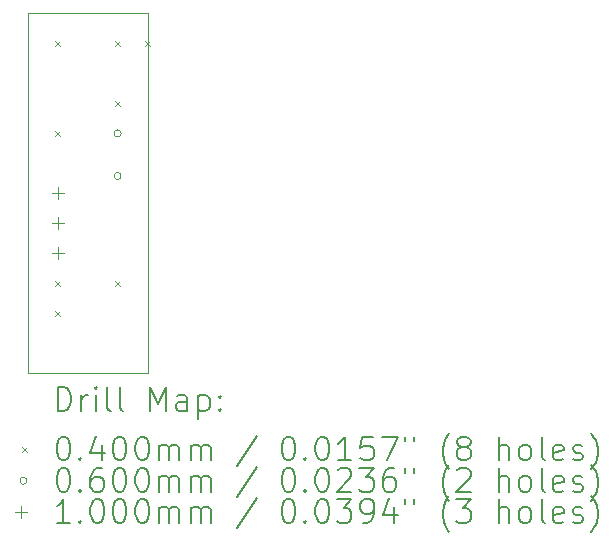
<source format=gbr>
%TF.GenerationSoftware,KiCad,Pcbnew,7.0.10*%
%TF.CreationDate,2024-02-28T14:07:29-05:00*%
%TF.ProjectId,Light_Sensor,4c696768-745f-4536-956e-736f722e6b69,rev?*%
%TF.SameCoordinates,Original*%
%TF.FileFunction,Drillmap*%
%TF.FilePolarity,Positive*%
%FSLAX45Y45*%
G04 Gerber Fmt 4.5, Leading zero omitted, Abs format (unit mm)*
G04 Created by KiCad (PCBNEW 7.0.10) date 2024-02-28 14:07:29*
%MOMM*%
%LPD*%
G01*
G04 APERTURE LIST*
%ADD10C,0.100000*%
%ADD11C,0.200000*%
G04 APERTURE END LIST*
D10*
X14224000Y-6858000D02*
X15240000Y-6858000D01*
X15240000Y-9906000D01*
X14224000Y-9906000D01*
X14224000Y-6858000D01*
D11*
D10*
X14458000Y-7092000D02*
X14498000Y-7132000D01*
X14498000Y-7092000D02*
X14458000Y-7132000D01*
X14458000Y-7854000D02*
X14498000Y-7894000D01*
X14498000Y-7854000D02*
X14458000Y-7894000D01*
X14458000Y-9124000D02*
X14498000Y-9164000D01*
X14498000Y-9124000D02*
X14458000Y-9164000D01*
X14458000Y-9378000D02*
X14498000Y-9418000D01*
X14498000Y-9378000D02*
X14458000Y-9418000D01*
X14966000Y-7092000D02*
X15006000Y-7132000D01*
X15006000Y-7092000D02*
X14966000Y-7132000D01*
X14966000Y-7600000D02*
X15006000Y-7640000D01*
X15006000Y-7600000D02*
X14966000Y-7640000D01*
X14966000Y-9124000D02*
X15006000Y-9164000D01*
X15006000Y-9124000D02*
X14966000Y-9164000D01*
X15220000Y-7092000D02*
X15260000Y-7132000D01*
X15260000Y-7092000D02*
X15220000Y-7132000D01*
X15016000Y-7874000D02*
G75*
G03*
X14956000Y-7874000I-30000J0D01*
G01*
X14956000Y-7874000D02*
G75*
G03*
X15016000Y-7874000I30000J0D01*
G01*
X15016000Y-8234000D02*
G75*
G03*
X14956000Y-8234000I-30000J0D01*
G01*
X14956000Y-8234000D02*
G75*
G03*
X15016000Y-8234000I30000J0D01*
G01*
X14478000Y-8328000D02*
X14478000Y-8428000D01*
X14428000Y-8378000D02*
X14528000Y-8378000D01*
X14478000Y-8582000D02*
X14478000Y-8682000D01*
X14428000Y-8632000D02*
X14528000Y-8632000D01*
X14478000Y-8836000D02*
X14478000Y-8936000D01*
X14428000Y-8886000D02*
X14528000Y-8886000D01*
D11*
X14479777Y-10222484D02*
X14479777Y-10022484D01*
X14479777Y-10022484D02*
X14527396Y-10022484D01*
X14527396Y-10022484D02*
X14555967Y-10032008D01*
X14555967Y-10032008D02*
X14575015Y-10051055D01*
X14575015Y-10051055D02*
X14584539Y-10070103D01*
X14584539Y-10070103D02*
X14594062Y-10108198D01*
X14594062Y-10108198D02*
X14594062Y-10136770D01*
X14594062Y-10136770D02*
X14584539Y-10174865D01*
X14584539Y-10174865D02*
X14575015Y-10193912D01*
X14575015Y-10193912D02*
X14555967Y-10212960D01*
X14555967Y-10212960D02*
X14527396Y-10222484D01*
X14527396Y-10222484D02*
X14479777Y-10222484D01*
X14679777Y-10222484D02*
X14679777Y-10089150D01*
X14679777Y-10127246D02*
X14689301Y-10108198D01*
X14689301Y-10108198D02*
X14698824Y-10098674D01*
X14698824Y-10098674D02*
X14717872Y-10089150D01*
X14717872Y-10089150D02*
X14736920Y-10089150D01*
X14803586Y-10222484D02*
X14803586Y-10089150D01*
X14803586Y-10022484D02*
X14794062Y-10032008D01*
X14794062Y-10032008D02*
X14803586Y-10041531D01*
X14803586Y-10041531D02*
X14813110Y-10032008D01*
X14813110Y-10032008D02*
X14803586Y-10022484D01*
X14803586Y-10022484D02*
X14803586Y-10041531D01*
X14927396Y-10222484D02*
X14908348Y-10212960D01*
X14908348Y-10212960D02*
X14898824Y-10193912D01*
X14898824Y-10193912D02*
X14898824Y-10022484D01*
X15032158Y-10222484D02*
X15013110Y-10212960D01*
X15013110Y-10212960D02*
X15003586Y-10193912D01*
X15003586Y-10193912D02*
X15003586Y-10022484D01*
X15260729Y-10222484D02*
X15260729Y-10022484D01*
X15260729Y-10022484D02*
X15327396Y-10165341D01*
X15327396Y-10165341D02*
X15394062Y-10022484D01*
X15394062Y-10022484D02*
X15394062Y-10222484D01*
X15575015Y-10222484D02*
X15575015Y-10117722D01*
X15575015Y-10117722D02*
X15565491Y-10098674D01*
X15565491Y-10098674D02*
X15546443Y-10089150D01*
X15546443Y-10089150D02*
X15508348Y-10089150D01*
X15508348Y-10089150D02*
X15489301Y-10098674D01*
X15575015Y-10212960D02*
X15555967Y-10222484D01*
X15555967Y-10222484D02*
X15508348Y-10222484D01*
X15508348Y-10222484D02*
X15489301Y-10212960D01*
X15489301Y-10212960D02*
X15479777Y-10193912D01*
X15479777Y-10193912D02*
X15479777Y-10174865D01*
X15479777Y-10174865D02*
X15489301Y-10155817D01*
X15489301Y-10155817D02*
X15508348Y-10146293D01*
X15508348Y-10146293D02*
X15555967Y-10146293D01*
X15555967Y-10146293D02*
X15575015Y-10136770D01*
X15670253Y-10089150D02*
X15670253Y-10289150D01*
X15670253Y-10098674D02*
X15689301Y-10089150D01*
X15689301Y-10089150D02*
X15727396Y-10089150D01*
X15727396Y-10089150D02*
X15746443Y-10098674D01*
X15746443Y-10098674D02*
X15755967Y-10108198D01*
X15755967Y-10108198D02*
X15765491Y-10127246D01*
X15765491Y-10127246D02*
X15765491Y-10184389D01*
X15765491Y-10184389D02*
X15755967Y-10203436D01*
X15755967Y-10203436D02*
X15746443Y-10212960D01*
X15746443Y-10212960D02*
X15727396Y-10222484D01*
X15727396Y-10222484D02*
X15689301Y-10222484D01*
X15689301Y-10222484D02*
X15670253Y-10212960D01*
X15851205Y-10203436D02*
X15860729Y-10212960D01*
X15860729Y-10212960D02*
X15851205Y-10222484D01*
X15851205Y-10222484D02*
X15841682Y-10212960D01*
X15841682Y-10212960D02*
X15851205Y-10203436D01*
X15851205Y-10203436D02*
X15851205Y-10222484D01*
X15851205Y-10098674D02*
X15860729Y-10108198D01*
X15860729Y-10108198D02*
X15851205Y-10117722D01*
X15851205Y-10117722D02*
X15841682Y-10108198D01*
X15841682Y-10108198D02*
X15851205Y-10098674D01*
X15851205Y-10098674D02*
X15851205Y-10117722D01*
D10*
X14179000Y-10531000D02*
X14219000Y-10571000D01*
X14219000Y-10531000D02*
X14179000Y-10571000D01*
D11*
X14517872Y-10442484D02*
X14536920Y-10442484D01*
X14536920Y-10442484D02*
X14555967Y-10452008D01*
X14555967Y-10452008D02*
X14565491Y-10461531D01*
X14565491Y-10461531D02*
X14575015Y-10480579D01*
X14575015Y-10480579D02*
X14584539Y-10518674D01*
X14584539Y-10518674D02*
X14584539Y-10566293D01*
X14584539Y-10566293D02*
X14575015Y-10604389D01*
X14575015Y-10604389D02*
X14565491Y-10623436D01*
X14565491Y-10623436D02*
X14555967Y-10632960D01*
X14555967Y-10632960D02*
X14536920Y-10642484D01*
X14536920Y-10642484D02*
X14517872Y-10642484D01*
X14517872Y-10642484D02*
X14498824Y-10632960D01*
X14498824Y-10632960D02*
X14489301Y-10623436D01*
X14489301Y-10623436D02*
X14479777Y-10604389D01*
X14479777Y-10604389D02*
X14470253Y-10566293D01*
X14470253Y-10566293D02*
X14470253Y-10518674D01*
X14470253Y-10518674D02*
X14479777Y-10480579D01*
X14479777Y-10480579D02*
X14489301Y-10461531D01*
X14489301Y-10461531D02*
X14498824Y-10452008D01*
X14498824Y-10452008D02*
X14517872Y-10442484D01*
X14670253Y-10623436D02*
X14679777Y-10632960D01*
X14679777Y-10632960D02*
X14670253Y-10642484D01*
X14670253Y-10642484D02*
X14660729Y-10632960D01*
X14660729Y-10632960D02*
X14670253Y-10623436D01*
X14670253Y-10623436D02*
X14670253Y-10642484D01*
X14851205Y-10509150D02*
X14851205Y-10642484D01*
X14803586Y-10432960D02*
X14755967Y-10575817D01*
X14755967Y-10575817D02*
X14879777Y-10575817D01*
X14994062Y-10442484D02*
X15013110Y-10442484D01*
X15013110Y-10442484D02*
X15032158Y-10452008D01*
X15032158Y-10452008D02*
X15041682Y-10461531D01*
X15041682Y-10461531D02*
X15051205Y-10480579D01*
X15051205Y-10480579D02*
X15060729Y-10518674D01*
X15060729Y-10518674D02*
X15060729Y-10566293D01*
X15060729Y-10566293D02*
X15051205Y-10604389D01*
X15051205Y-10604389D02*
X15041682Y-10623436D01*
X15041682Y-10623436D02*
X15032158Y-10632960D01*
X15032158Y-10632960D02*
X15013110Y-10642484D01*
X15013110Y-10642484D02*
X14994062Y-10642484D01*
X14994062Y-10642484D02*
X14975015Y-10632960D01*
X14975015Y-10632960D02*
X14965491Y-10623436D01*
X14965491Y-10623436D02*
X14955967Y-10604389D01*
X14955967Y-10604389D02*
X14946443Y-10566293D01*
X14946443Y-10566293D02*
X14946443Y-10518674D01*
X14946443Y-10518674D02*
X14955967Y-10480579D01*
X14955967Y-10480579D02*
X14965491Y-10461531D01*
X14965491Y-10461531D02*
X14975015Y-10452008D01*
X14975015Y-10452008D02*
X14994062Y-10442484D01*
X15184539Y-10442484D02*
X15203586Y-10442484D01*
X15203586Y-10442484D02*
X15222634Y-10452008D01*
X15222634Y-10452008D02*
X15232158Y-10461531D01*
X15232158Y-10461531D02*
X15241682Y-10480579D01*
X15241682Y-10480579D02*
X15251205Y-10518674D01*
X15251205Y-10518674D02*
X15251205Y-10566293D01*
X15251205Y-10566293D02*
X15241682Y-10604389D01*
X15241682Y-10604389D02*
X15232158Y-10623436D01*
X15232158Y-10623436D02*
X15222634Y-10632960D01*
X15222634Y-10632960D02*
X15203586Y-10642484D01*
X15203586Y-10642484D02*
X15184539Y-10642484D01*
X15184539Y-10642484D02*
X15165491Y-10632960D01*
X15165491Y-10632960D02*
X15155967Y-10623436D01*
X15155967Y-10623436D02*
X15146443Y-10604389D01*
X15146443Y-10604389D02*
X15136920Y-10566293D01*
X15136920Y-10566293D02*
X15136920Y-10518674D01*
X15136920Y-10518674D02*
X15146443Y-10480579D01*
X15146443Y-10480579D02*
X15155967Y-10461531D01*
X15155967Y-10461531D02*
X15165491Y-10452008D01*
X15165491Y-10452008D02*
X15184539Y-10442484D01*
X15336920Y-10642484D02*
X15336920Y-10509150D01*
X15336920Y-10528198D02*
X15346443Y-10518674D01*
X15346443Y-10518674D02*
X15365491Y-10509150D01*
X15365491Y-10509150D02*
X15394063Y-10509150D01*
X15394063Y-10509150D02*
X15413110Y-10518674D01*
X15413110Y-10518674D02*
X15422634Y-10537722D01*
X15422634Y-10537722D02*
X15422634Y-10642484D01*
X15422634Y-10537722D02*
X15432158Y-10518674D01*
X15432158Y-10518674D02*
X15451205Y-10509150D01*
X15451205Y-10509150D02*
X15479777Y-10509150D01*
X15479777Y-10509150D02*
X15498824Y-10518674D01*
X15498824Y-10518674D02*
X15508348Y-10537722D01*
X15508348Y-10537722D02*
X15508348Y-10642484D01*
X15603586Y-10642484D02*
X15603586Y-10509150D01*
X15603586Y-10528198D02*
X15613110Y-10518674D01*
X15613110Y-10518674D02*
X15632158Y-10509150D01*
X15632158Y-10509150D02*
X15660729Y-10509150D01*
X15660729Y-10509150D02*
X15679777Y-10518674D01*
X15679777Y-10518674D02*
X15689301Y-10537722D01*
X15689301Y-10537722D02*
X15689301Y-10642484D01*
X15689301Y-10537722D02*
X15698824Y-10518674D01*
X15698824Y-10518674D02*
X15717872Y-10509150D01*
X15717872Y-10509150D02*
X15746443Y-10509150D01*
X15746443Y-10509150D02*
X15765491Y-10518674D01*
X15765491Y-10518674D02*
X15775015Y-10537722D01*
X15775015Y-10537722D02*
X15775015Y-10642484D01*
X16165491Y-10432960D02*
X15994063Y-10690103D01*
X16422634Y-10442484D02*
X16441682Y-10442484D01*
X16441682Y-10442484D02*
X16460729Y-10452008D01*
X16460729Y-10452008D02*
X16470253Y-10461531D01*
X16470253Y-10461531D02*
X16479777Y-10480579D01*
X16479777Y-10480579D02*
X16489301Y-10518674D01*
X16489301Y-10518674D02*
X16489301Y-10566293D01*
X16489301Y-10566293D02*
X16479777Y-10604389D01*
X16479777Y-10604389D02*
X16470253Y-10623436D01*
X16470253Y-10623436D02*
X16460729Y-10632960D01*
X16460729Y-10632960D02*
X16441682Y-10642484D01*
X16441682Y-10642484D02*
X16422634Y-10642484D01*
X16422634Y-10642484D02*
X16403586Y-10632960D01*
X16403586Y-10632960D02*
X16394063Y-10623436D01*
X16394063Y-10623436D02*
X16384539Y-10604389D01*
X16384539Y-10604389D02*
X16375015Y-10566293D01*
X16375015Y-10566293D02*
X16375015Y-10518674D01*
X16375015Y-10518674D02*
X16384539Y-10480579D01*
X16384539Y-10480579D02*
X16394063Y-10461531D01*
X16394063Y-10461531D02*
X16403586Y-10452008D01*
X16403586Y-10452008D02*
X16422634Y-10442484D01*
X16575015Y-10623436D02*
X16584539Y-10632960D01*
X16584539Y-10632960D02*
X16575015Y-10642484D01*
X16575015Y-10642484D02*
X16565491Y-10632960D01*
X16565491Y-10632960D02*
X16575015Y-10623436D01*
X16575015Y-10623436D02*
X16575015Y-10642484D01*
X16708348Y-10442484D02*
X16727396Y-10442484D01*
X16727396Y-10442484D02*
X16746444Y-10452008D01*
X16746444Y-10452008D02*
X16755967Y-10461531D01*
X16755967Y-10461531D02*
X16765491Y-10480579D01*
X16765491Y-10480579D02*
X16775015Y-10518674D01*
X16775015Y-10518674D02*
X16775015Y-10566293D01*
X16775015Y-10566293D02*
X16765491Y-10604389D01*
X16765491Y-10604389D02*
X16755967Y-10623436D01*
X16755967Y-10623436D02*
X16746444Y-10632960D01*
X16746444Y-10632960D02*
X16727396Y-10642484D01*
X16727396Y-10642484D02*
X16708348Y-10642484D01*
X16708348Y-10642484D02*
X16689301Y-10632960D01*
X16689301Y-10632960D02*
X16679777Y-10623436D01*
X16679777Y-10623436D02*
X16670253Y-10604389D01*
X16670253Y-10604389D02*
X16660729Y-10566293D01*
X16660729Y-10566293D02*
X16660729Y-10518674D01*
X16660729Y-10518674D02*
X16670253Y-10480579D01*
X16670253Y-10480579D02*
X16679777Y-10461531D01*
X16679777Y-10461531D02*
X16689301Y-10452008D01*
X16689301Y-10452008D02*
X16708348Y-10442484D01*
X16965491Y-10642484D02*
X16851206Y-10642484D01*
X16908348Y-10642484D02*
X16908348Y-10442484D01*
X16908348Y-10442484D02*
X16889301Y-10471055D01*
X16889301Y-10471055D02*
X16870253Y-10490103D01*
X16870253Y-10490103D02*
X16851206Y-10499627D01*
X17146444Y-10442484D02*
X17051206Y-10442484D01*
X17051206Y-10442484D02*
X17041682Y-10537722D01*
X17041682Y-10537722D02*
X17051206Y-10528198D01*
X17051206Y-10528198D02*
X17070253Y-10518674D01*
X17070253Y-10518674D02*
X17117872Y-10518674D01*
X17117872Y-10518674D02*
X17136920Y-10528198D01*
X17136920Y-10528198D02*
X17146444Y-10537722D01*
X17146444Y-10537722D02*
X17155968Y-10556770D01*
X17155968Y-10556770D02*
X17155968Y-10604389D01*
X17155968Y-10604389D02*
X17146444Y-10623436D01*
X17146444Y-10623436D02*
X17136920Y-10632960D01*
X17136920Y-10632960D02*
X17117872Y-10642484D01*
X17117872Y-10642484D02*
X17070253Y-10642484D01*
X17070253Y-10642484D02*
X17051206Y-10632960D01*
X17051206Y-10632960D02*
X17041682Y-10623436D01*
X17222634Y-10442484D02*
X17355968Y-10442484D01*
X17355968Y-10442484D02*
X17270253Y-10642484D01*
X17422634Y-10442484D02*
X17422634Y-10480579D01*
X17498825Y-10442484D02*
X17498825Y-10480579D01*
X17794063Y-10718674D02*
X17784539Y-10709150D01*
X17784539Y-10709150D02*
X17765491Y-10680579D01*
X17765491Y-10680579D02*
X17755968Y-10661531D01*
X17755968Y-10661531D02*
X17746444Y-10632960D01*
X17746444Y-10632960D02*
X17736920Y-10585341D01*
X17736920Y-10585341D02*
X17736920Y-10547246D01*
X17736920Y-10547246D02*
X17746444Y-10499627D01*
X17746444Y-10499627D02*
X17755968Y-10471055D01*
X17755968Y-10471055D02*
X17765491Y-10452008D01*
X17765491Y-10452008D02*
X17784539Y-10423436D01*
X17784539Y-10423436D02*
X17794063Y-10413912D01*
X17898825Y-10528198D02*
X17879777Y-10518674D01*
X17879777Y-10518674D02*
X17870253Y-10509150D01*
X17870253Y-10509150D02*
X17860730Y-10490103D01*
X17860730Y-10490103D02*
X17860730Y-10480579D01*
X17860730Y-10480579D02*
X17870253Y-10461531D01*
X17870253Y-10461531D02*
X17879777Y-10452008D01*
X17879777Y-10452008D02*
X17898825Y-10442484D01*
X17898825Y-10442484D02*
X17936920Y-10442484D01*
X17936920Y-10442484D02*
X17955968Y-10452008D01*
X17955968Y-10452008D02*
X17965491Y-10461531D01*
X17965491Y-10461531D02*
X17975015Y-10480579D01*
X17975015Y-10480579D02*
X17975015Y-10490103D01*
X17975015Y-10490103D02*
X17965491Y-10509150D01*
X17965491Y-10509150D02*
X17955968Y-10518674D01*
X17955968Y-10518674D02*
X17936920Y-10528198D01*
X17936920Y-10528198D02*
X17898825Y-10528198D01*
X17898825Y-10528198D02*
X17879777Y-10537722D01*
X17879777Y-10537722D02*
X17870253Y-10547246D01*
X17870253Y-10547246D02*
X17860730Y-10566293D01*
X17860730Y-10566293D02*
X17860730Y-10604389D01*
X17860730Y-10604389D02*
X17870253Y-10623436D01*
X17870253Y-10623436D02*
X17879777Y-10632960D01*
X17879777Y-10632960D02*
X17898825Y-10642484D01*
X17898825Y-10642484D02*
X17936920Y-10642484D01*
X17936920Y-10642484D02*
X17955968Y-10632960D01*
X17955968Y-10632960D02*
X17965491Y-10623436D01*
X17965491Y-10623436D02*
X17975015Y-10604389D01*
X17975015Y-10604389D02*
X17975015Y-10566293D01*
X17975015Y-10566293D02*
X17965491Y-10547246D01*
X17965491Y-10547246D02*
X17955968Y-10537722D01*
X17955968Y-10537722D02*
X17936920Y-10528198D01*
X18213111Y-10642484D02*
X18213111Y-10442484D01*
X18298825Y-10642484D02*
X18298825Y-10537722D01*
X18298825Y-10537722D02*
X18289301Y-10518674D01*
X18289301Y-10518674D02*
X18270253Y-10509150D01*
X18270253Y-10509150D02*
X18241682Y-10509150D01*
X18241682Y-10509150D02*
X18222634Y-10518674D01*
X18222634Y-10518674D02*
X18213111Y-10528198D01*
X18422634Y-10642484D02*
X18403587Y-10632960D01*
X18403587Y-10632960D02*
X18394063Y-10623436D01*
X18394063Y-10623436D02*
X18384539Y-10604389D01*
X18384539Y-10604389D02*
X18384539Y-10547246D01*
X18384539Y-10547246D02*
X18394063Y-10528198D01*
X18394063Y-10528198D02*
X18403587Y-10518674D01*
X18403587Y-10518674D02*
X18422634Y-10509150D01*
X18422634Y-10509150D02*
X18451206Y-10509150D01*
X18451206Y-10509150D02*
X18470253Y-10518674D01*
X18470253Y-10518674D02*
X18479777Y-10528198D01*
X18479777Y-10528198D02*
X18489301Y-10547246D01*
X18489301Y-10547246D02*
X18489301Y-10604389D01*
X18489301Y-10604389D02*
X18479777Y-10623436D01*
X18479777Y-10623436D02*
X18470253Y-10632960D01*
X18470253Y-10632960D02*
X18451206Y-10642484D01*
X18451206Y-10642484D02*
X18422634Y-10642484D01*
X18603587Y-10642484D02*
X18584539Y-10632960D01*
X18584539Y-10632960D02*
X18575015Y-10613912D01*
X18575015Y-10613912D02*
X18575015Y-10442484D01*
X18755968Y-10632960D02*
X18736920Y-10642484D01*
X18736920Y-10642484D02*
X18698825Y-10642484D01*
X18698825Y-10642484D02*
X18679777Y-10632960D01*
X18679777Y-10632960D02*
X18670253Y-10613912D01*
X18670253Y-10613912D02*
X18670253Y-10537722D01*
X18670253Y-10537722D02*
X18679777Y-10518674D01*
X18679777Y-10518674D02*
X18698825Y-10509150D01*
X18698825Y-10509150D02*
X18736920Y-10509150D01*
X18736920Y-10509150D02*
X18755968Y-10518674D01*
X18755968Y-10518674D02*
X18765492Y-10537722D01*
X18765492Y-10537722D02*
X18765492Y-10556770D01*
X18765492Y-10556770D02*
X18670253Y-10575817D01*
X18841682Y-10632960D02*
X18860730Y-10642484D01*
X18860730Y-10642484D02*
X18898825Y-10642484D01*
X18898825Y-10642484D02*
X18917873Y-10632960D01*
X18917873Y-10632960D02*
X18927396Y-10613912D01*
X18927396Y-10613912D02*
X18927396Y-10604389D01*
X18927396Y-10604389D02*
X18917873Y-10585341D01*
X18917873Y-10585341D02*
X18898825Y-10575817D01*
X18898825Y-10575817D02*
X18870253Y-10575817D01*
X18870253Y-10575817D02*
X18851206Y-10566293D01*
X18851206Y-10566293D02*
X18841682Y-10547246D01*
X18841682Y-10547246D02*
X18841682Y-10537722D01*
X18841682Y-10537722D02*
X18851206Y-10518674D01*
X18851206Y-10518674D02*
X18870253Y-10509150D01*
X18870253Y-10509150D02*
X18898825Y-10509150D01*
X18898825Y-10509150D02*
X18917873Y-10518674D01*
X18994063Y-10718674D02*
X19003587Y-10709150D01*
X19003587Y-10709150D02*
X19022634Y-10680579D01*
X19022634Y-10680579D02*
X19032158Y-10661531D01*
X19032158Y-10661531D02*
X19041682Y-10632960D01*
X19041682Y-10632960D02*
X19051206Y-10585341D01*
X19051206Y-10585341D02*
X19051206Y-10547246D01*
X19051206Y-10547246D02*
X19041682Y-10499627D01*
X19041682Y-10499627D02*
X19032158Y-10471055D01*
X19032158Y-10471055D02*
X19022634Y-10452008D01*
X19022634Y-10452008D02*
X19003587Y-10423436D01*
X19003587Y-10423436D02*
X18994063Y-10413912D01*
D10*
X14219000Y-10815000D02*
G75*
G03*
X14159000Y-10815000I-30000J0D01*
G01*
X14159000Y-10815000D02*
G75*
G03*
X14219000Y-10815000I30000J0D01*
G01*
D11*
X14517872Y-10706484D02*
X14536920Y-10706484D01*
X14536920Y-10706484D02*
X14555967Y-10716008D01*
X14555967Y-10716008D02*
X14565491Y-10725531D01*
X14565491Y-10725531D02*
X14575015Y-10744579D01*
X14575015Y-10744579D02*
X14584539Y-10782674D01*
X14584539Y-10782674D02*
X14584539Y-10830293D01*
X14584539Y-10830293D02*
X14575015Y-10868389D01*
X14575015Y-10868389D02*
X14565491Y-10887436D01*
X14565491Y-10887436D02*
X14555967Y-10896960D01*
X14555967Y-10896960D02*
X14536920Y-10906484D01*
X14536920Y-10906484D02*
X14517872Y-10906484D01*
X14517872Y-10906484D02*
X14498824Y-10896960D01*
X14498824Y-10896960D02*
X14489301Y-10887436D01*
X14489301Y-10887436D02*
X14479777Y-10868389D01*
X14479777Y-10868389D02*
X14470253Y-10830293D01*
X14470253Y-10830293D02*
X14470253Y-10782674D01*
X14470253Y-10782674D02*
X14479777Y-10744579D01*
X14479777Y-10744579D02*
X14489301Y-10725531D01*
X14489301Y-10725531D02*
X14498824Y-10716008D01*
X14498824Y-10716008D02*
X14517872Y-10706484D01*
X14670253Y-10887436D02*
X14679777Y-10896960D01*
X14679777Y-10896960D02*
X14670253Y-10906484D01*
X14670253Y-10906484D02*
X14660729Y-10896960D01*
X14660729Y-10896960D02*
X14670253Y-10887436D01*
X14670253Y-10887436D02*
X14670253Y-10906484D01*
X14851205Y-10706484D02*
X14813110Y-10706484D01*
X14813110Y-10706484D02*
X14794062Y-10716008D01*
X14794062Y-10716008D02*
X14784539Y-10725531D01*
X14784539Y-10725531D02*
X14765491Y-10754103D01*
X14765491Y-10754103D02*
X14755967Y-10792198D01*
X14755967Y-10792198D02*
X14755967Y-10868389D01*
X14755967Y-10868389D02*
X14765491Y-10887436D01*
X14765491Y-10887436D02*
X14775015Y-10896960D01*
X14775015Y-10896960D02*
X14794062Y-10906484D01*
X14794062Y-10906484D02*
X14832158Y-10906484D01*
X14832158Y-10906484D02*
X14851205Y-10896960D01*
X14851205Y-10896960D02*
X14860729Y-10887436D01*
X14860729Y-10887436D02*
X14870253Y-10868389D01*
X14870253Y-10868389D02*
X14870253Y-10820770D01*
X14870253Y-10820770D02*
X14860729Y-10801722D01*
X14860729Y-10801722D02*
X14851205Y-10792198D01*
X14851205Y-10792198D02*
X14832158Y-10782674D01*
X14832158Y-10782674D02*
X14794062Y-10782674D01*
X14794062Y-10782674D02*
X14775015Y-10792198D01*
X14775015Y-10792198D02*
X14765491Y-10801722D01*
X14765491Y-10801722D02*
X14755967Y-10820770D01*
X14994062Y-10706484D02*
X15013110Y-10706484D01*
X15013110Y-10706484D02*
X15032158Y-10716008D01*
X15032158Y-10716008D02*
X15041682Y-10725531D01*
X15041682Y-10725531D02*
X15051205Y-10744579D01*
X15051205Y-10744579D02*
X15060729Y-10782674D01*
X15060729Y-10782674D02*
X15060729Y-10830293D01*
X15060729Y-10830293D02*
X15051205Y-10868389D01*
X15051205Y-10868389D02*
X15041682Y-10887436D01*
X15041682Y-10887436D02*
X15032158Y-10896960D01*
X15032158Y-10896960D02*
X15013110Y-10906484D01*
X15013110Y-10906484D02*
X14994062Y-10906484D01*
X14994062Y-10906484D02*
X14975015Y-10896960D01*
X14975015Y-10896960D02*
X14965491Y-10887436D01*
X14965491Y-10887436D02*
X14955967Y-10868389D01*
X14955967Y-10868389D02*
X14946443Y-10830293D01*
X14946443Y-10830293D02*
X14946443Y-10782674D01*
X14946443Y-10782674D02*
X14955967Y-10744579D01*
X14955967Y-10744579D02*
X14965491Y-10725531D01*
X14965491Y-10725531D02*
X14975015Y-10716008D01*
X14975015Y-10716008D02*
X14994062Y-10706484D01*
X15184539Y-10706484D02*
X15203586Y-10706484D01*
X15203586Y-10706484D02*
X15222634Y-10716008D01*
X15222634Y-10716008D02*
X15232158Y-10725531D01*
X15232158Y-10725531D02*
X15241682Y-10744579D01*
X15241682Y-10744579D02*
X15251205Y-10782674D01*
X15251205Y-10782674D02*
X15251205Y-10830293D01*
X15251205Y-10830293D02*
X15241682Y-10868389D01*
X15241682Y-10868389D02*
X15232158Y-10887436D01*
X15232158Y-10887436D02*
X15222634Y-10896960D01*
X15222634Y-10896960D02*
X15203586Y-10906484D01*
X15203586Y-10906484D02*
X15184539Y-10906484D01*
X15184539Y-10906484D02*
X15165491Y-10896960D01*
X15165491Y-10896960D02*
X15155967Y-10887436D01*
X15155967Y-10887436D02*
X15146443Y-10868389D01*
X15146443Y-10868389D02*
X15136920Y-10830293D01*
X15136920Y-10830293D02*
X15136920Y-10782674D01*
X15136920Y-10782674D02*
X15146443Y-10744579D01*
X15146443Y-10744579D02*
X15155967Y-10725531D01*
X15155967Y-10725531D02*
X15165491Y-10716008D01*
X15165491Y-10716008D02*
X15184539Y-10706484D01*
X15336920Y-10906484D02*
X15336920Y-10773150D01*
X15336920Y-10792198D02*
X15346443Y-10782674D01*
X15346443Y-10782674D02*
X15365491Y-10773150D01*
X15365491Y-10773150D02*
X15394063Y-10773150D01*
X15394063Y-10773150D02*
X15413110Y-10782674D01*
X15413110Y-10782674D02*
X15422634Y-10801722D01*
X15422634Y-10801722D02*
X15422634Y-10906484D01*
X15422634Y-10801722D02*
X15432158Y-10782674D01*
X15432158Y-10782674D02*
X15451205Y-10773150D01*
X15451205Y-10773150D02*
X15479777Y-10773150D01*
X15479777Y-10773150D02*
X15498824Y-10782674D01*
X15498824Y-10782674D02*
X15508348Y-10801722D01*
X15508348Y-10801722D02*
X15508348Y-10906484D01*
X15603586Y-10906484D02*
X15603586Y-10773150D01*
X15603586Y-10792198D02*
X15613110Y-10782674D01*
X15613110Y-10782674D02*
X15632158Y-10773150D01*
X15632158Y-10773150D02*
X15660729Y-10773150D01*
X15660729Y-10773150D02*
X15679777Y-10782674D01*
X15679777Y-10782674D02*
X15689301Y-10801722D01*
X15689301Y-10801722D02*
X15689301Y-10906484D01*
X15689301Y-10801722D02*
X15698824Y-10782674D01*
X15698824Y-10782674D02*
X15717872Y-10773150D01*
X15717872Y-10773150D02*
X15746443Y-10773150D01*
X15746443Y-10773150D02*
X15765491Y-10782674D01*
X15765491Y-10782674D02*
X15775015Y-10801722D01*
X15775015Y-10801722D02*
X15775015Y-10906484D01*
X16165491Y-10696960D02*
X15994063Y-10954103D01*
X16422634Y-10706484D02*
X16441682Y-10706484D01*
X16441682Y-10706484D02*
X16460729Y-10716008D01*
X16460729Y-10716008D02*
X16470253Y-10725531D01*
X16470253Y-10725531D02*
X16479777Y-10744579D01*
X16479777Y-10744579D02*
X16489301Y-10782674D01*
X16489301Y-10782674D02*
X16489301Y-10830293D01*
X16489301Y-10830293D02*
X16479777Y-10868389D01*
X16479777Y-10868389D02*
X16470253Y-10887436D01*
X16470253Y-10887436D02*
X16460729Y-10896960D01*
X16460729Y-10896960D02*
X16441682Y-10906484D01*
X16441682Y-10906484D02*
X16422634Y-10906484D01*
X16422634Y-10906484D02*
X16403586Y-10896960D01*
X16403586Y-10896960D02*
X16394063Y-10887436D01*
X16394063Y-10887436D02*
X16384539Y-10868389D01*
X16384539Y-10868389D02*
X16375015Y-10830293D01*
X16375015Y-10830293D02*
X16375015Y-10782674D01*
X16375015Y-10782674D02*
X16384539Y-10744579D01*
X16384539Y-10744579D02*
X16394063Y-10725531D01*
X16394063Y-10725531D02*
X16403586Y-10716008D01*
X16403586Y-10716008D02*
X16422634Y-10706484D01*
X16575015Y-10887436D02*
X16584539Y-10896960D01*
X16584539Y-10896960D02*
X16575015Y-10906484D01*
X16575015Y-10906484D02*
X16565491Y-10896960D01*
X16565491Y-10896960D02*
X16575015Y-10887436D01*
X16575015Y-10887436D02*
X16575015Y-10906484D01*
X16708348Y-10706484D02*
X16727396Y-10706484D01*
X16727396Y-10706484D02*
X16746444Y-10716008D01*
X16746444Y-10716008D02*
X16755967Y-10725531D01*
X16755967Y-10725531D02*
X16765491Y-10744579D01*
X16765491Y-10744579D02*
X16775015Y-10782674D01*
X16775015Y-10782674D02*
X16775015Y-10830293D01*
X16775015Y-10830293D02*
X16765491Y-10868389D01*
X16765491Y-10868389D02*
X16755967Y-10887436D01*
X16755967Y-10887436D02*
X16746444Y-10896960D01*
X16746444Y-10896960D02*
X16727396Y-10906484D01*
X16727396Y-10906484D02*
X16708348Y-10906484D01*
X16708348Y-10906484D02*
X16689301Y-10896960D01*
X16689301Y-10896960D02*
X16679777Y-10887436D01*
X16679777Y-10887436D02*
X16670253Y-10868389D01*
X16670253Y-10868389D02*
X16660729Y-10830293D01*
X16660729Y-10830293D02*
X16660729Y-10782674D01*
X16660729Y-10782674D02*
X16670253Y-10744579D01*
X16670253Y-10744579D02*
X16679777Y-10725531D01*
X16679777Y-10725531D02*
X16689301Y-10716008D01*
X16689301Y-10716008D02*
X16708348Y-10706484D01*
X16851206Y-10725531D02*
X16860729Y-10716008D01*
X16860729Y-10716008D02*
X16879777Y-10706484D01*
X16879777Y-10706484D02*
X16927396Y-10706484D01*
X16927396Y-10706484D02*
X16946444Y-10716008D01*
X16946444Y-10716008D02*
X16955968Y-10725531D01*
X16955968Y-10725531D02*
X16965491Y-10744579D01*
X16965491Y-10744579D02*
X16965491Y-10763627D01*
X16965491Y-10763627D02*
X16955968Y-10792198D01*
X16955968Y-10792198D02*
X16841682Y-10906484D01*
X16841682Y-10906484D02*
X16965491Y-10906484D01*
X17032158Y-10706484D02*
X17155968Y-10706484D01*
X17155968Y-10706484D02*
X17089301Y-10782674D01*
X17089301Y-10782674D02*
X17117872Y-10782674D01*
X17117872Y-10782674D02*
X17136920Y-10792198D01*
X17136920Y-10792198D02*
X17146444Y-10801722D01*
X17146444Y-10801722D02*
X17155968Y-10820770D01*
X17155968Y-10820770D02*
X17155968Y-10868389D01*
X17155968Y-10868389D02*
X17146444Y-10887436D01*
X17146444Y-10887436D02*
X17136920Y-10896960D01*
X17136920Y-10896960D02*
X17117872Y-10906484D01*
X17117872Y-10906484D02*
X17060729Y-10906484D01*
X17060729Y-10906484D02*
X17041682Y-10896960D01*
X17041682Y-10896960D02*
X17032158Y-10887436D01*
X17327396Y-10706484D02*
X17289301Y-10706484D01*
X17289301Y-10706484D02*
X17270253Y-10716008D01*
X17270253Y-10716008D02*
X17260729Y-10725531D01*
X17260729Y-10725531D02*
X17241682Y-10754103D01*
X17241682Y-10754103D02*
X17232158Y-10792198D01*
X17232158Y-10792198D02*
X17232158Y-10868389D01*
X17232158Y-10868389D02*
X17241682Y-10887436D01*
X17241682Y-10887436D02*
X17251206Y-10896960D01*
X17251206Y-10896960D02*
X17270253Y-10906484D01*
X17270253Y-10906484D02*
X17308349Y-10906484D01*
X17308349Y-10906484D02*
X17327396Y-10896960D01*
X17327396Y-10896960D02*
X17336920Y-10887436D01*
X17336920Y-10887436D02*
X17346444Y-10868389D01*
X17346444Y-10868389D02*
X17346444Y-10820770D01*
X17346444Y-10820770D02*
X17336920Y-10801722D01*
X17336920Y-10801722D02*
X17327396Y-10792198D01*
X17327396Y-10792198D02*
X17308349Y-10782674D01*
X17308349Y-10782674D02*
X17270253Y-10782674D01*
X17270253Y-10782674D02*
X17251206Y-10792198D01*
X17251206Y-10792198D02*
X17241682Y-10801722D01*
X17241682Y-10801722D02*
X17232158Y-10820770D01*
X17422634Y-10706484D02*
X17422634Y-10744579D01*
X17498825Y-10706484D02*
X17498825Y-10744579D01*
X17794063Y-10982674D02*
X17784539Y-10973150D01*
X17784539Y-10973150D02*
X17765491Y-10944579D01*
X17765491Y-10944579D02*
X17755968Y-10925531D01*
X17755968Y-10925531D02*
X17746444Y-10896960D01*
X17746444Y-10896960D02*
X17736920Y-10849341D01*
X17736920Y-10849341D02*
X17736920Y-10811246D01*
X17736920Y-10811246D02*
X17746444Y-10763627D01*
X17746444Y-10763627D02*
X17755968Y-10735055D01*
X17755968Y-10735055D02*
X17765491Y-10716008D01*
X17765491Y-10716008D02*
X17784539Y-10687436D01*
X17784539Y-10687436D02*
X17794063Y-10677912D01*
X17860730Y-10725531D02*
X17870253Y-10716008D01*
X17870253Y-10716008D02*
X17889301Y-10706484D01*
X17889301Y-10706484D02*
X17936920Y-10706484D01*
X17936920Y-10706484D02*
X17955968Y-10716008D01*
X17955968Y-10716008D02*
X17965491Y-10725531D01*
X17965491Y-10725531D02*
X17975015Y-10744579D01*
X17975015Y-10744579D02*
X17975015Y-10763627D01*
X17975015Y-10763627D02*
X17965491Y-10792198D01*
X17965491Y-10792198D02*
X17851206Y-10906484D01*
X17851206Y-10906484D02*
X17975015Y-10906484D01*
X18213111Y-10906484D02*
X18213111Y-10706484D01*
X18298825Y-10906484D02*
X18298825Y-10801722D01*
X18298825Y-10801722D02*
X18289301Y-10782674D01*
X18289301Y-10782674D02*
X18270253Y-10773150D01*
X18270253Y-10773150D02*
X18241682Y-10773150D01*
X18241682Y-10773150D02*
X18222634Y-10782674D01*
X18222634Y-10782674D02*
X18213111Y-10792198D01*
X18422634Y-10906484D02*
X18403587Y-10896960D01*
X18403587Y-10896960D02*
X18394063Y-10887436D01*
X18394063Y-10887436D02*
X18384539Y-10868389D01*
X18384539Y-10868389D02*
X18384539Y-10811246D01*
X18384539Y-10811246D02*
X18394063Y-10792198D01*
X18394063Y-10792198D02*
X18403587Y-10782674D01*
X18403587Y-10782674D02*
X18422634Y-10773150D01*
X18422634Y-10773150D02*
X18451206Y-10773150D01*
X18451206Y-10773150D02*
X18470253Y-10782674D01*
X18470253Y-10782674D02*
X18479777Y-10792198D01*
X18479777Y-10792198D02*
X18489301Y-10811246D01*
X18489301Y-10811246D02*
X18489301Y-10868389D01*
X18489301Y-10868389D02*
X18479777Y-10887436D01*
X18479777Y-10887436D02*
X18470253Y-10896960D01*
X18470253Y-10896960D02*
X18451206Y-10906484D01*
X18451206Y-10906484D02*
X18422634Y-10906484D01*
X18603587Y-10906484D02*
X18584539Y-10896960D01*
X18584539Y-10896960D02*
X18575015Y-10877912D01*
X18575015Y-10877912D02*
X18575015Y-10706484D01*
X18755968Y-10896960D02*
X18736920Y-10906484D01*
X18736920Y-10906484D02*
X18698825Y-10906484D01*
X18698825Y-10906484D02*
X18679777Y-10896960D01*
X18679777Y-10896960D02*
X18670253Y-10877912D01*
X18670253Y-10877912D02*
X18670253Y-10801722D01*
X18670253Y-10801722D02*
X18679777Y-10782674D01*
X18679777Y-10782674D02*
X18698825Y-10773150D01*
X18698825Y-10773150D02*
X18736920Y-10773150D01*
X18736920Y-10773150D02*
X18755968Y-10782674D01*
X18755968Y-10782674D02*
X18765492Y-10801722D01*
X18765492Y-10801722D02*
X18765492Y-10820770D01*
X18765492Y-10820770D02*
X18670253Y-10839817D01*
X18841682Y-10896960D02*
X18860730Y-10906484D01*
X18860730Y-10906484D02*
X18898825Y-10906484D01*
X18898825Y-10906484D02*
X18917873Y-10896960D01*
X18917873Y-10896960D02*
X18927396Y-10877912D01*
X18927396Y-10877912D02*
X18927396Y-10868389D01*
X18927396Y-10868389D02*
X18917873Y-10849341D01*
X18917873Y-10849341D02*
X18898825Y-10839817D01*
X18898825Y-10839817D02*
X18870253Y-10839817D01*
X18870253Y-10839817D02*
X18851206Y-10830293D01*
X18851206Y-10830293D02*
X18841682Y-10811246D01*
X18841682Y-10811246D02*
X18841682Y-10801722D01*
X18841682Y-10801722D02*
X18851206Y-10782674D01*
X18851206Y-10782674D02*
X18870253Y-10773150D01*
X18870253Y-10773150D02*
X18898825Y-10773150D01*
X18898825Y-10773150D02*
X18917873Y-10782674D01*
X18994063Y-10982674D02*
X19003587Y-10973150D01*
X19003587Y-10973150D02*
X19022634Y-10944579D01*
X19022634Y-10944579D02*
X19032158Y-10925531D01*
X19032158Y-10925531D02*
X19041682Y-10896960D01*
X19041682Y-10896960D02*
X19051206Y-10849341D01*
X19051206Y-10849341D02*
X19051206Y-10811246D01*
X19051206Y-10811246D02*
X19041682Y-10763627D01*
X19041682Y-10763627D02*
X19032158Y-10735055D01*
X19032158Y-10735055D02*
X19022634Y-10716008D01*
X19022634Y-10716008D02*
X19003587Y-10687436D01*
X19003587Y-10687436D02*
X18994063Y-10677912D01*
D10*
X14169000Y-11029000D02*
X14169000Y-11129000D01*
X14119000Y-11079000D02*
X14219000Y-11079000D01*
D11*
X14584539Y-11170484D02*
X14470253Y-11170484D01*
X14527396Y-11170484D02*
X14527396Y-10970484D01*
X14527396Y-10970484D02*
X14508348Y-10999055D01*
X14508348Y-10999055D02*
X14489301Y-11018103D01*
X14489301Y-11018103D02*
X14470253Y-11027627D01*
X14670253Y-11151436D02*
X14679777Y-11160960D01*
X14679777Y-11160960D02*
X14670253Y-11170484D01*
X14670253Y-11170484D02*
X14660729Y-11160960D01*
X14660729Y-11160960D02*
X14670253Y-11151436D01*
X14670253Y-11151436D02*
X14670253Y-11170484D01*
X14803586Y-10970484D02*
X14822634Y-10970484D01*
X14822634Y-10970484D02*
X14841682Y-10980008D01*
X14841682Y-10980008D02*
X14851205Y-10989531D01*
X14851205Y-10989531D02*
X14860729Y-11008579D01*
X14860729Y-11008579D02*
X14870253Y-11046674D01*
X14870253Y-11046674D02*
X14870253Y-11094293D01*
X14870253Y-11094293D02*
X14860729Y-11132389D01*
X14860729Y-11132389D02*
X14851205Y-11151436D01*
X14851205Y-11151436D02*
X14841682Y-11160960D01*
X14841682Y-11160960D02*
X14822634Y-11170484D01*
X14822634Y-11170484D02*
X14803586Y-11170484D01*
X14803586Y-11170484D02*
X14784539Y-11160960D01*
X14784539Y-11160960D02*
X14775015Y-11151436D01*
X14775015Y-11151436D02*
X14765491Y-11132389D01*
X14765491Y-11132389D02*
X14755967Y-11094293D01*
X14755967Y-11094293D02*
X14755967Y-11046674D01*
X14755967Y-11046674D02*
X14765491Y-11008579D01*
X14765491Y-11008579D02*
X14775015Y-10989531D01*
X14775015Y-10989531D02*
X14784539Y-10980008D01*
X14784539Y-10980008D02*
X14803586Y-10970484D01*
X14994062Y-10970484D02*
X15013110Y-10970484D01*
X15013110Y-10970484D02*
X15032158Y-10980008D01*
X15032158Y-10980008D02*
X15041682Y-10989531D01*
X15041682Y-10989531D02*
X15051205Y-11008579D01*
X15051205Y-11008579D02*
X15060729Y-11046674D01*
X15060729Y-11046674D02*
X15060729Y-11094293D01*
X15060729Y-11094293D02*
X15051205Y-11132389D01*
X15051205Y-11132389D02*
X15041682Y-11151436D01*
X15041682Y-11151436D02*
X15032158Y-11160960D01*
X15032158Y-11160960D02*
X15013110Y-11170484D01*
X15013110Y-11170484D02*
X14994062Y-11170484D01*
X14994062Y-11170484D02*
X14975015Y-11160960D01*
X14975015Y-11160960D02*
X14965491Y-11151436D01*
X14965491Y-11151436D02*
X14955967Y-11132389D01*
X14955967Y-11132389D02*
X14946443Y-11094293D01*
X14946443Y-11094293D02*
X14946443Y-11046674D01*
X14946443Y-11046674D02*
X14955967Y-11008579D01*
X14955967Y-11008579D02*
X14965491Y-10989531D01*
X14965491Y-10989531D02*
X14975015Y-10980008D01*
X14975015Y-10980008D02*
X14994062Y-10970484D01*
X15184539Y-10970484D02*
X15203586Y-10970484D01*
X15203586Y-10970484D02*
X15222634Y-10980008D01*
X15222634Y-10980008D02*
X15232158Y-10989531D01*
X15232158Y-10989531D02*
X15241682Y-11008579D01*
X15241682Y-11008579D02*
X15251205Y-11046674D01*
X15251205Y-11046674D02*
X15251205Y-11094293D01*
X15251205Y-11094293D02*
X15241682Y-11132389D01*
X15241682Y-11132389D02*
X15232158Y-11151436D01*
X15232158Y-11151436D02*
X15222634Y-11160960D01*
X15222634Y-11160960D02*
X15203586Y-11170484D01*
X15203586Y-11170484D02*
X15184539Y-11170484D01*
X15184539Y-11170484D02*
X15165491Y-11160960D01*
X15165491Y-11160960D02*
X15155967Y-11151436D01*
X15155967Y-11151436D02*
X15146443Y-11132389D01*
X15146443Y-11132389D02*
X15136920Y-11094293D01*
X15136920Y-11094293D02*
X15136920Y-11046674D01*
X15136920Y-11046674D02*
X15146443Y-11008579D01*
X15146443Y-11008579D02*
X15155967Y-10989531D01*
X15155967Y-10989531D02*
X15165491Y-10980008D01*
X15165491Y-10980008D02*
X15184539Y-10970484D01*
X15336920Y-11170484D02*
X15336920Y-11037150D01*
X15336920Y-11056198D02*
X15346443Y-11046674D01*
X15346443Y-11046674D02*
X15365491Y-11037150D01*
X15365491Y-11037150D02*
X15394063Y-11037150D01*
X15394063Y-11037150D02*
X15413110Y-11046674D01*
X15413110Y-11046674D02*
X15422634Y-11065722D01*
X15422634Y-11065722D02*
X15422634Y-11170484D01*
X15422634Y-11065722D02*
X15432158Y-11046674D01*
X15432158Y-11046674D02*
X15451205Y-11037150D01*
X15451205Y-11037150D02*
X15479777Y-11037150D01*
X15479777Y-11037150D02*
X15498824Y-11046674D01*
X15498824Y-11046674D02*
X15508348Y-11065722D01*
X15508348Y-11065722D02*
X15508348Y-11170484D01*
X15603586Y-11170484D02*
X15603586Y-11037150D01*
X15603586Y-11056198D02*
X15613110Y-11046674D01*
X15613110Y-11046674D02*
X15632158Y-11037150D01*
X15632158Y-11037150D02*
X15660729Y-11037150D01*
X15660729Y-11037150D02*
X15679777Y-11046674D01*
X15679777Y-11046674D02*
X15689301Y-11065722D01*
X15689301Y-11065722D02*
X15689301Y-11170484D01*
X15689301Y-11065722D02*
X15698824Y-11046674D01*
X15698824Y-11046674D02*
X15717872Y-11037150D01*
X15717872Y-11037150D02*
X15746443Y-11037150D01*
X15746443Y-11037150D02*
X15765491Y-11046674D01*
X15765491Y-11046674D02*
X15775015Y-11065722D01*
X15775015Y-11065722D02*
X15775015Y-11170484D01*
X16165491Y-10960960D02*
X15994063Y-11218103D01*
X16422634Y-10970484D02*
X16441682Y-10970484D01*
X16441682Y-10970484D02*
X16460729Y-10980008D01*
X16460729Y-10980008D02*
X16470253Y-10989531D01*
X16470253Y-10989531D02*
X16479777Y-11008579D01*
X16479777Y-11008579D02*
X16489301Y-11046674D01*
X16489301Y-11046674D02*
X16489301Y-11094293D01*
X16489301Y-11094293D02*
X16479777Y-11132389D01*
X16479777Y-11132389D02*
X16470253Y-11151436D01*
X16470253Y-11151436D02*
X16460729Y-11160960D01*
X16460729Y-11160960D02*
X16441682Y-11170484D01*
X16441682Y-11170484D02*
X16422634Y-11170484D01*
X16422634Y-11170484D02*
X16403586Y-11160960D01*
X16403586Y-11160960D02*
X16394063Y-11151436D01*
X16394063Y-11151436D02*
X16384539Y-11132389D01*
X16384539Y-11132389D02*
X16375015Y-11094293D01*
X16375015Y-11094293D02*
X16375015Y-11046674D01*
X16375015Y-11046674D02*
X16384539Y-11008579D01*
X16384539Y-11008579D02*
X16394063Y-10989531D01*
X16394063Y-10989531D02*
X16403586Y-10980008D01*
X16403586Y-10980008D02*
X16422634Y-10970484D01*
X16575015Y-11151436D02*
X16584539Y-11160960D01*
X16584539Y-11160960D02*
X16575015Y-11170484D01*
X16575015Y-11170484D02*
X16565491Y-11160960D01*
X16565491Y-11160960D02*
X16575015Y-11151436D01*
X16575015Y-11151436D02*
X16575015Y-11170484D01*
X16708348Y-10970484D02*
X16727396Y-10970484D01*
X16727396Y-10970484D02*
X16746444Y-10980008D01*
X16746444Y-10980008D02*
X16755967Y-10989531D01*
X16755967Y-10989531D02*
X16765491Y-11008579D01*
X16765491Y-11008579D02*
X16775015Y-11046674D01*
X16775015Y-11046674D02*
X16775015Y-11094293D01*
X16775015Y-11094293D02*
X16765491Y-11132389D01*
X16765491Y-11132389D02*
X16755967Y-11151436D01*
X16755967Y-11151436D02*
X16746444Y-11160960D01*
X16746444Y-11160960D02*
X16727396Y-11170484D01*
X16727396Y-11170484D02*
X16708348Y-11170484D01*
X16708348Y-11170484D02*
X16689301Y-11160960D01*
X16689301Y-11160960D02*
X16679777Y-11151436D01*
X16679777Y-11151436D02*
X16670253Y-11132389D01*
X16670253Y-11132389D02*
X16660729Y-11094293D01*
X16660729Y-11094293D02*
X16660729Y-11046674D01*
X16660729Y-11046674D02*
X16670253Y-11008579D01*
X16670253Y-11008579D02*
X16679777Y-10989531D01*
X16679777Y-10989531D02*
X16689301Y-10980008D01*
X16689301Y-10980008D02*
X16708348Y-10970484D01*
X16841682Y-10970484D02*
X16965491Y-10970484D01*
X16965491Y-10970484D02*
X16898825Y-11046674D01*
X16898825Y-11046674D02*
X16927396Y-11046674D01*
X16927396Y-11046674D02*
X16946444Y-11056198D01*
X16946444Y-11056198D02*
X16955968Y-11065722D01*
X16955968Y-11065722D02*
X16965491Y-11084770D01*
X16965491Y-11084770D02*
X16965491Y-11132389D01*
X16965491Y-11132389D02*
X16955968Y-11151436D01*
X16955968Y-11151436D02*
X16946444Y-11160960D01*
X16946444Y-11160960D02*
X16927396Y-11170484D01*
X16927396Y-11170484D02*
X16870253Y-11170484D01*
X16870253Y-11170484D02*
X16851206Y-11160960D01*
X16851206Y-11160960D02*
X16841682Y-11151436D01*
X17060729Y-11170484D02*
X17098825Y-11170484D01*
X17098825Y-11170484D02*
X17117872Y-11160960D01*
X17117872Y-11160960D02*
X17127396Y-11151436D01*
X17127396Y-11151436D02*
X17146444Y-11122865D01*
X17146444Y-11122865D02*
X17155968Y-11084770D01*
X17155968Y-11084770D02*
X17155968Y-11008579D01*
X17155968Y-11008579D02*
X17146444Y-10989531D01*
X17146444Y-10989531D02*
X17136920Y-10980008D01*
X17136920Y-10980008D02*
X17117872Y-10970484D01*
X17117872Y-10970484D02*
X17079777Y-10970484D01*
X17079777Y-10970484D02*
X17060729Y-10980008D01*
X17060729Y-10980008D02*
X17051206Y-10989531D01*
X17051206Y-10989531D02*
X17041682Y-11008579D01*
X17041682Y-11008579D02*
X17041682Y-11056198D01*
X17041682Y-11056198D02*
X17051206Y-11075246D01*
X17051206Y-11075246D02*
X17060729Y-11084770D01*
X17060729Y-11084770D02*
X17079777Y-11094293D01*
X17079777Y-11094293D02*
X17117872Y-11094293D01*
X17117872Y-11094293D02*
X17136920Y-11084770D01*
X17136920Y-11084770D02*
X17146444Y-11075246D01*
X17146444Y-11075246D02*
X17155968Y-11056198D01*
X17327396Y-11037150D02*
X17327396Y-11170484D01*
X17279777Y-10960960D02*
X17232158Y-11103817D01*
X17232158Y-11103817D02*
X17355968Y-11103817D01*
X17422634Y-10970484D02*
X17422634Y-11008579D01*
X17498825Y-10970484D02*
X17498825Y-11008579D01*
X17794063Y-11246674D02*
X17784539Y-11237150D01*
X17784539Y-11237150D02*
X17765491Y-11208579D01*
X17765491Y-11208579D02*
X17755968Y-11189531D01*
X17755968Y-11189531D02*
X17746444Y-11160960D01*
X17746444Y-11160960D02*
X17736920Y-11113341D01*
X17736920Y-11113341D02*
X17736920Y-11075246D01*
X17736920Y-11075246D02*
X17746444Y-11027627D01*
X17746444Y-11027627D02*
X17755968Y-10999055D01*
X17755968Y-10999055D02*
X17765491Y-10980008D01*
X17765491Y-10980008D02*
X17784539Y-10951436D01*
X17784539Y-10951436D02*
X17794063Y-10941912D01*
X17851206Y-10970484D02*
X17975015Y-10970484D01*
X17975015Y-10970484D02*
X17908349Y-11046674D01*
X17908349Y-11046674D02*
X17936920Y-11046674D01*
X17936920Y-11046674D02*
X17955968Y-11056198D01*
X17955968Y-11056198D02*
X17965491Y-11065722D01*
X17965491Y-11065722D02*
X17975015Y-11084770D01*
X17975015Y-11084770D02*
X17975015Y-11132389D01*
X17975015Y-11132389D02*
X17965491Y-11151436D01*
X17965491Y-11151436D02*
X17955968Y-11160960D01*
X17955968Y-11160960D02*
X17936920Y-11170484D01*
X17936920Y-11170484D02*
X17879777Y-11170484D01*
X17879777Y-11170484D02*
X17860730Y-11160960D01*
X17860730Y-11160960D02*
X17851206Y-11151436D01*
X18213111Y-11170484D02*
X18213111Y-10970484D01*
X18298825Y-11170484D02*
X18298825Y-11065722D01*
X18298825Y-11065722D02*
X18289301Y-11046674D01*
X18289301Y-11046674D02*
X18270253Y-11037150D01*
X18270253Y-11037150D02*
X18241682Y-11037150D01*
X18241682Y-11037150D02*
X18222634Y-11046674D01*
X18222634Y-11046674D02*
X18213111Y-11056198D01*
X18422634Y-11170484D02*
X18403587Y-11160960D01*
X18403587Y-11160960D02*
X18394063Y-11151436D01*
X18394063Y-11151436D02*
X18384539Y-11132389D01*
X18384539Y-11132389D02*
X18384539Y-11075246D01*
X18384539Y-11075246D02*
X18394063Y-11056198D01*
X18394063Y-11056198D02*
X18403587Y-11046674D01*
X18403587Y-11046674D02*
X18422634Y-11037150D01*
X18422634Y-11037150D02*
X18451206Y-11037150D01*
X18451206Y-11037150D02*
X18470253Y-11046674D01*
X18470253Y-11046674D02*
X18479777Y-11056198D01*
X18479777Y-11056198D02*
X18489301Y-11075246D01*
X18489301Y-11075246D02*
X18489301Y-11132389D01*
X18489301Y-11132389D02*
X18479777Y-11151436D01*
X18479777Y-11151436D02*
X18470253Y-11160960D01*
X18470253Y-11160960D02*
X18451206Y-11170484D01*
X18451206Y-11170484D02*
X18422634Y-11170484D01*
X18603587Y-11170484D02*
X18584539Y-11160960D01*
X18584539Y-11160960D02*
X18575015Y-11141912D01*
X18575015Y-11141912D02*
X18575015Y-10970484D01*
X18755968Y-11160960D02*
X18736920Y-11170484D01*
X18736920Y-11170484D02*
X18698825Y-11170484D01*
X18698825Y-11170484D02*
X18679777Y-11160960D01*
X18679777Y-11160960D02*
X18670253Y-11141912D01*
X18670253Y-11141912D02*
X18670253Y-11065722D01*
X18670253Y-11065722D02*
X18679777Y-11046674D01*
X18679777Y-11046674D02*
X18698825Y-11037150D01*
X18698825Y-11037150D02*
X18736920Y-11037150D01*
X18736920Y-11037150D02*
X18755968Y-11046674D01*
X18755968Y-11046674D02*
X18765492Y-11065722D01*
X18765492Y-11065722D02*
X18765492Y-11084770D01*
X18765492Y-11084770D02*
X18670253Y-11103817D01*
X18841682Y-11160960D02*
X18860730Y-11170484D01*
X18860730Y-11170484D02*
X18898825Y-11170484D01*
X18898825Y-11170484D02*
X18917873Y-11160960D01*
X18917873Y-11160960D02*
X18927396Y-11141912D01*
X18927396Y-11141912D02*
X18927396Y-11132389D01*
X18927396Y-11132389D02*
X18917873Y-11113341D01*
X18917873Y-11113341D02*
X18898825Y-11103817D01*
X18898825Y-11103817D02*
X18870253Y-11103817D01*
X18870253Y-11103817D02*
X18851206Y-11094293D01*
X18851206Y-11094293D02*
X18841682Y-11075246D01*
X18841682Y-11075246D02*
X18841682Y-11065722D01*
X18841682Y-11065722D02*
X18851206Y-11046674D01*
X18851206Y-11046674D02*
X18870253Y-11037150D01*
X18870253Y-11037150D02*
X18898825Y-11037150D01*
X18898825Y-11037150D02*
X18917873Y-11046674D01*
X18994063Y-11246674D02*
X19003587Y-11237150D01*
X19003587Y-11237150D02*
X19022634Y-11208579D01*
X19022634Y-11208579D02*
X19032158Y-11189531D01*
X19032158Y-11189531D02*
X19041682Y-11160960D01*
X19041682Y-11160960D02*
X19051206Y-11113341D01*
X19051206Y-11113341D02*
X19051206Y-11075246D01*
X19051206Y-11075246D02*
X19041682Y-11027627D01*
X19041682Y-11027627D02*
X19032158Y-10999055D01*
X19032158Y-10999055D02*
X19022634Y-10980008D01*
X19022634Y-10980008D02*
X19003587Y-10951436D01*
X19003587Y-10951436D02*
X18994063Y-10941912D01*
M02*

</source>
